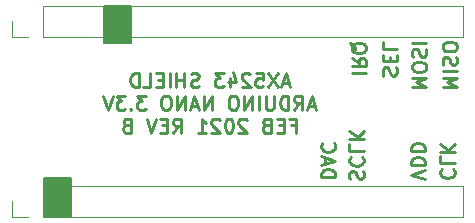
<source format=gbo>
%TF.GenerationSoftware,KiCad,Pcbnew,(5.99.0-8703-ge6b2699d93)*%
%TF.CreationDate,2021-02-16T00:04:42+01:00*%
%TF.ProjectId,ax5243-test-board,61783532-3433-42d7-9465-73742d626f61,B*%
%TF.SameCoordinates,PX8954400PY4e33880*%
%TF.FileFunction,Legend,Bot*%
%TF.FilePolarity,Positive*%
%FSLAX46Y46*%
G04 Gerber Fmt 4.6, Leading zero omitted, Abs format (unit mm)*
G04 Created by KiCad (PCBNEW (5.99.0-8703-ge6b2699d93)) date 2021-02-16 00:04:42*
%MOMM*%
%LPD*%
G01*
G04 APERTURE LIST*
%ADD10C,0.150000*%
%ADD11C,0.250000*%
%ADD12C,0.120000*%
G04 APERTURE END LIST*
D10*
X-14100000Y-5630000D02*
X-16365000Y-5630000D01*
X-16365000Y-5630000D02*
X-16365000Y-8900000D01*
X-16365000Y-8900000D02*
X-14100000Y-8900000D01*
X-14100000Y-8900000D02*
X-14100000Y-5630000D01*
G36*
X-14100000Y-5630000D02*
G01*
X-16365000Y-5630000D01*
X-16365000Y-8900000D01*
X-14100000Y-8900000D01*
X-14100000Y-5630000D01*
G37*
X-9000000Y8900000D02*
X-11300000Y8900000D01*
X-11300000Y8900000D02*
X-11300000Y5800000D01*
X-11300000Y5800000D02*
X-9000000Y5800000D01*
X-9000000Y5800000D02*
X-9000000Y8900000D01*
G36*
X-9000000Y8900000D02*
G01*
X-11300000Y8900000D01*
X-11300000Y5800000D01*
X-9000000Y5800000D01*
X-9000000Y8900000D01*
G37*
D11*
X9514285Y-5746190D02*
X9457142Y-5574761D01*
X9457142Y-5289047D01*
X9514285Y-5174761D01*
X9571428Y-5117619D01*
X9685714Y-5060476D01*
X9800000Y-5060476D01*
X9914285Y-5117619D01*
X9971428Y-5174761D01*
X10028571Y-5289047D01*
X10085714Y-5517619D01*
X10142857Y-5631904D01*
X10200000Y-5689047D01*
X10314285Y-5746190D01*
X10428571Y-5746190D01*
X10542857Y-5689047D01*
X10600000Y-5631904D01*
X10657142Y-5517619D01*
X10657142Y-5231904D01*
X10600000Y-5060476D01*
X9571428Y-3860476D02*
X9514285Y-3917619D01*
X9457142Y-4089047D01*
X9457142Y-4203333D01*
X9514285Y-4374761D01*
X9628571Y-4489047D01*
X9742857Y-4546190D01*
X9971428Y-4603333D01*
X10142857Y-4603333D01*
X10371428Y-4546190D01*
X10485714Y-4489047D01*
X10600000Y-4374761D01*
X10657142Y-4203333D01*
X10657142Y-4089047D01*
X10600000Y-3917619D01*
X10542857Y-3860476D01*
X9457142Y-2774761D02*
X9457142Y-3346190D01*
X10657142Y-3346190D01*
X9457142Y-2374761D02*
X10657142Y-2374761D01*
X9457142Y-1689047D02*
X10142857Y-2203333D01*
X10657142Y-1689047D02*
X9971428Y-2374761D01*
X7057142Y-5598571D02*
X8257142Y-5598571D01*
X8257142Y-5312857D01*
X8200000Y-5141428D01*
X8085714Y-5027142D01*
X7971428Y-4970000D01*
X7742857Y-4912857D01*
X7571428Y-4912857D01*
X7342857Y-4970000D01*
X7228571Y-5027142D01*
X7114285Y-5141428D01*
X7057142Y-5312857D01*
X7057142Y-5598571D01*
X7400000Y-4455714D02*
X7400000Y-3884285D01*
X7057142Y-4570000D02*
X8257142Y-4170000D01*
X7057142Y-3770000D01*
X7171428Y-2684285D02*
X7114285Y-2741428D01*
X7057142Y-2912857D01*
X7057142Y-3027142D01*
X7114285Y-3198571D01*
X7228571Y-3312857D01*
X7342857Y-3370000D01*
X7571428Y-3427142D01*
X7742857Y-3427142D01*
X7971428Y-3370000D01*
X8085714Y-3312857D01*
X8200000Y-3198571D01*
X8257142Y-3027142D01*
X8257142Y-2912857D01*
X8200000Y-2741428D01*
X8142857Y-2684285D01*
X12314285Y3027144D02*
X12257142Y3198572D01*
X12257142Y3484287D01*
X12314285Y3598572D01*
X12371428Y3655715D01*
X12485714Y3712858D01*
X12600000Y3712858D01*
X12714285Y3655715D01*
X12771428Y3598572D01*
X12828571Y3484287D01*
X12885714Y3255715D01*
X12942857Y3141430D01*
X13000000Y3084287D01*
X13114285Y3027144D01*
X13228571Y3027144D01*
X13342857Y3084287D01*
X13400000Y3141430D01*
X13457142Y3255715D01*
X13457142Y3541430D01*
X13400000Y3712858D01*
X12885714Y4227144D02*
X12885714Y4627144D01*
X12257142Y4798572D02*
X12257142Y4227144D01*
X13457142Y4227144D01*
X13457142Y4798572D01*
X12257142Y5884287D02*
X12257142Y5312858D01*
X13457142Y5312858D01*
X17271428Y-4908095D02*
X17214285Y-4965238D01*
X17157142Y-5136667D01*
X17157142Y-5250952D01*
X17214285Y-5422381D01*
X17328571Y-5536667D01*
X17442857Y-5593810D01*
X17671428Y-5650952D01*
X17842857Y-5650952D01*
X18071428Y-5593810D01*
X18185714Y-5536667D01*
X18300000Y-5422381D01*
X18357142Y-5250952D01*
X18357142Y-5136667D01*
X18300000Y-4965238D01*
X18242857Y-4908095D01*
X17157142Y-3822381D02*
X17157142Y-4393810D01*
X18357142Y-4393810D01*
X17157142Y-3422381D02*
X18357142Y-3422381D01*
X17157142Y-2736667D02*
X17842857Y-3250952D01*
X18357142Y-2736667D02*
X17671428Y-3422381D01*
X14757142Y2036667D02*
X15957142Y2036667D01*
X15100000Y2436667D01*
X15957142Y2836667D01*
X14757142Y2836667D01*
X15957142Y3636667D02*
X15957142Y3865239D01*
X15900000Y3979524D01*
X15785714Y4093810D01*
X15557142Y4150953D01*
X15157142Y4150953D01*
X14928571Y4093810D01*
X14814285Y3979524D01*
X14757142Y3865239D01*
X14757142Y3636667D01*
X14814285Y3522381D01*
X14928571Y3408096D01*
X15157142Y3350953D01*
X15557142Y3350953D01*
X15785714Y3408096D01*
X15900000Y3522381D01*
X15957142Y3636667D01*
X14814285Y4608096D02*
X14757142Y4779524D01*
X14757142Y5065239D01*
X14814285Y5179524D01*
X14871428Y5236667D01*
X14985714Y5293810D01*
X15100000Y5293810D01*
X15214285Y5236667D01*
X15271428Y5179524D01*
X15328571Y5065239D01*
X15385714Y4836667D01*
X15442857Y4722381D01*
X15500000Y4665239D01*
X15614285Y4608096D01*
X15728571Y4608096D01*
X15842857Y4665239D01*
X15900000Y4722381D01*
X15957142Y4836667D01*
X15957142Y5122381D01*
X15900000Y5293810D01*
X14757142Y5808096D02*
X15957142Y5808096D01*
X17357142Y2036667D02*
X18557142Y2036667D01*
X17700000Y2436667D01*
X18557142Y2836667D01*
X17357142Y2836667D01*
X17357142Y3408096D02*
X18557142Y3408096D01*
X17414285Y3922381D02*
X17357142Y4093810D01*
X17357142Y4379524D01*
X17414285Y4493810D01*
X17471428Y4550953D01*
X17585714Y4608096D01*
X17700000Y4608096D01*
X17814285Y4550953D01*
X17871428Y4493810D01*
X17928571Y4379524D01*
X17985714Y4150953D01*
X18042857Y4036667D01*
X18100000Y3979524D01*
X18214285Y3922381D01*
X18328571Y3922381D01*
X18442857Y3979524D01*
X18500000Y4036667D01*
X18557142Y4150953D01*
X18557142Y4436667D01*
X18500000Y4608096D01*
X18557142Y5350953D02*
X18557142Y5579524D01*
X18500000Y5693810D01*
X18385714Y5808096D01*
X18157142Y5865239D01*
X17757142Y5865239D01*
X17528571Y5808096D01*
X17414285Y5693810D01*
X17357142Y5579524D01*
X17357142Y5350953D01*
X17414285Y5236667D01*
X17528571Y5122381D01*
X17757142Y5065239D01*
X18157142Y5065239D01*
X18385714Y5122381D01*
X18500000Y5236667D01*
X18557142Y5350953D01*
X4344285Y2392000D02*
X3772857Y2392000D01*
X4458571Y2049143D02*
X4058571Y3249143D01*
X3658571Y2049143D01*
X3372857Y3249143D02*
X2572857Y2049143D01*
X2572857Y3249143D02*
X3372857Y2049143D01*
X1544285Y3249143D02*
X2115714Y3249143D01*
X2172857Y2677715D01*
X2115714Y2734858D01*
X2001428Y2792000D01*
X1715714Y2792000D01*
X1601428Y2734858D01*
X1544285Y2677715D01*
X1487142Y2563429D01*
X1487142Y2277715D01*
X1544285Y2163429D01*
X1601428Y2106286D01*
X1715714Y2049143D01*
X2001428Y2049143D01*
X2115714Y2106286D01*
X2172857Y2163429D01*
X1030000Y3134858D02*
X972857Y3192000D01*
X858571Y3249143D01*
X572857Y3249143D01*
X458571Y3192000D01*
X401428Y3134858D01*
X344285Y3020572D01*
X344285Y2906286D01*
X401428Y2734858D01*
X1087142Y2049143D01*
X344285Y2049143D01*
X-684286Y2849143D02*
X-684286Y2049143D01*
X-398572Y3306286D02*
X-112858Y2449143D01*
X-855715Y2449143D01*
X-1198572Y3249143D02*
X-1941429Y3249143D01*
X-1541429Y2792000D01*
X-1712858Y2792000D01*
X-1827143Y2734858D01*
X-1884286Y2677715D01*
X-1941429Y2563429D01*
X-1941429Y2277715D01*
X-1884286Y2163429D01*
X-1827143Y2106286D01*
X-1712858Y2049143D01*
X-1370000Y2049143D01*
X-1255715Y2106286D01*
X-1198572Y2163429D01*
X-3312858Y2106286D02*
X-3484286Y2049143D01*
X-3770000Y2049143D01*
X-3884286Y2106286D01*
X-3941429Y2163429D01*
X-3998572Y2277715D01*
X-3998572Y2392000D01*
X-3941429Y2506286D01*
X-3884286Y2563429D01*
X-3770000Y2620572D01*
X-3541429Y2677715D01*
X-3427143Y2734858D01*
X-3370000Y2792000D01*
X-3312858Y2906286D01*
X-3312858Y3020572D01*
X-3370000Y3134858D01*
X-3427143Y3192000D01*
X-3541429Y3249143D01*
X-3827143Y3249143D01*
X-3998572Y3192000D01*
X-4512858Y2049143D02*
X-4512858Y3249143D01*
X-4512858Y2677715D02*
X-5198572Y2677715D01*
X-5198572Y2049143D02*
X-5198572Y3249143D01*
X-5770000Y2049143D02*
X-5770000Y3249143D01*
X-6341429Y2677715D02*
X-6741429Y2677715D01*
X-6912858Y2049143D02*
X-6341429Y2049143D01*
X-6341429Y3249143D01*
X-6912858Y3249143D01*
X-7998572Y2049143D02*
X-7427143Y2049143D01*
X-7427143Y3249143D01*
X-8398572Y2049143D02*
X-8398572Y3249143D01*
X-8684286Y3249143D01*
X-8855715Y3192000D01*
X-8970000Y3077715D01*
X-9027143Y2963429D01*
X-9084286Y2734858D01*
X-9084286Y2563429D01*
X-9027143Y2334858D01*
X-8970000Y2220572D01*
X-8855715Y2106286D01*
X-8684286Y2049143D01*
X-8398572Y2049143D01*
X6544285Y460000D02*
X5972857Y460000D01*
X6658571Y117143D02*
X6258571Y1317143D01*
X5858571Y117143D01*
X4772857Y117143D02*
X5172857Y688572D01*
X5458571Y117143D02*
X5458571Y1317143D01*
X5001428Y1317143D01*
X4887142Y1260000D01*
X4830000Y1202858D01*
X4772857Y1088572D01*
X4772857Y917143D01*
X4830000Y802858D01*
X4887142Y745715D01*
X5001428Y688572D01*
X5458571Y688572D01*
X4258571Y117143D02*
X4258571Y1317143D01*
X3972857Y1317143D01*
X3801428Y1260000D01*
X3687142Y1145715D01*
X3630000Y1031429D01*
X3572857Y802858D01*
X3572857Y631429D01*
X3630000Y402858D01*
X3687142Y288572D01*
X3801428Y174286D01*
X3972857Y117143D01*
X4258571Y117143D01*
X3058571Y1317143D02*
X3058571Y345715D01*
X3001428Y231429D01*
X2944285Y174286D01*
X2830000Y117143D01*
X2601428Y117143D01*
X2487142Y174286D01*
X2430000Y231429D01*
X2372857Y345715D01*
X2372857Y1317143D01*
X1801428Y117143D02*
X1801428Y1317143D01*
X1230000Y117143D02*
X1230000Y1317143D01*
X544285Y117143D01*
X544285Y1317143D01*
X-255715Y1317143D02*
X-484286Y1317143D01*
X-598572Y1260000D01*
X-712858Y1145715D01*
X-770000Y917143D01*
X-770000Y517143D01*
X-712858Y288572D01*
X-598572Y174286D01*
X-484286Y117143D01*
X-255715Y117143D01*
X-141429Y174286D01*
X-27143Y288572D01*
X30000Y517143D01*
X30000Y917143D01*
X-27143Y1145715D01*
X-141429Y1260000D01*
X-255715Y1317143D01*
X-2198572Y117143D02*
X-2198572Y1317143D01*
X-2884286Y117143D01*
X-2884286Y1317143D01*
X-3398572Y460000D02*
X-3970000Y460000D01*
X-3284286Y117143D02*
X-3684286Y1317143D01*
X-4084286Y117143D01*
X-4484286Y117143D02*
X-4484286Y1317143D01*
X-5170000Y117143D01*
X-5170000Y1317143D01*
X-5970000Y1317143D02*
X-6198572Y1317143D01*
X-6312858Y1260000D01*
X-6427143Y1145715D01*
X-6484286Y917143D01*
X-6484286Y517143D01*
X-6427143Y288572D01*
X-6312858Y174286D01*
X-6198572Y117143D01*
X-5970000Y117143D01*
X-5855715Y174286D01*
X-5741429Y288572D01*
X-5684286Y517143D01*
X-5684286Y917143D01*
X-5741429Y1145715D01*
X-5855715Y1260000D01*
X-5970000Y1317143D01*
X-7798572Y1317143D02*
X-8541429Y1317143D01*
X-8141429Y860000D01*
X-8312858Y860000D01*
X-8427143Y802858D01*
X-8484286Y745715D01*
X-8541429Y631429D01*
X-8541429Y345715D01*
X-8484286Y231429D01*
X-8427143Y174286D01*
X-8312858Y117143D01*
X-7970000Y117143D01*
X-7855715Y174286D01*
X-7798572Y231429D01*
X-9055715Y231429D02*
X-9112858Y174286D01*
X-9055715Y117143D01*
X-8998572Y174286D01*
X-9055715Y231429D01*
X-9055715Y117143D01*
X-9512858Y1317143D02*
X-10255715Y1317143D01*
X-9855715Y860000D01*
X-10027143Y860000D01*
X-10141429Y802858D01*
X-10198572Y745715D01*
X-10255715Y631429D01*
X-10255715Y345715D01*
X-10198572Y231429D01*
X-10141429Y174286D01*
X-10027143Y117143D01*
X-9684286Y117143D01*
X-9570000Y174286D01*
X-9512858Y231429D01*
X-10598572Y1317143D02*
X-10998572Y117143D01*
X-11398572Y1317143D01*
X4515714Y-1186285D02*
X4915714Y-1186285D01*
X4915714Y-1814857D02*
X4915714Y-614857D01*
X4344285Y-614857D01*
X3887142Y-1186285D02*
X3487142Y-1186285D01*
X3315714Y-1814857D02*
X3887142Y-1814857D01*
X3887142Y-614857D01*
X3315714Y-614857D01*
X2401428Y-1186285D02*
X2230000Y-1243428D01*
X2172857Y-1300571D01*
X2115714Y-1414857D01*
X2115714Y-1586285D01*
X2172857Y-1700571D01*
X2230000Y-1757714D01*
X2344285Y-1814857D01*
X2801428Y-1814857D01*
X2801428Y-614857D01*
X2401428Y-614857D01*
X2287142Y-672000D01*
X2230000Y-729142D01*
X2172857Y-843428D01*
X2172857Y-957714D01*
X2230000Y-1072000D01*
X2287142Y-1129142D01*
X2401428Y-1186285D01*
X2801428Y-1186285D01*
X744285Y-729142D02*
X687142Y-672000D01*
X572857Y-614857D01*
X287142Y-614857D01*
X172857Y-672000D01*
X115714Y-729142D01*
X58571Y-843428D01*
X58571Y-957714D01*
X115714Y-1129142D01*
X801428Y-1814857D01*
X58571Y-1814857D01*
X-684286Y-614857D02*
X-798572Y-614857D01*
X-912858Y-672000D01*
X-970000Y-729142D01*
X-1027143Y-843428D01*
X-1084286Y-1072000D01*
X-1084286Y-1357714D01*
X-1027143Y-1586285D01*
X-970000Y-1700571D01*
X-912858Y-1757714D01*
X-798572Y-1814857D01*
X-684286Y-1814857D01*
X-570000Y-1757714D01*
X-512858Y-1700571D01*
X-455715Y-1586285D01*
X-398572Y-1357714D01*
X-398572Y-1072000D01*
X-455715Y-843428D01*
X-512858Y-729142D01*
X-570000Y-672000D01*
X-684286Y-614857D01*
X-1541429Y-729142D02*
X-1598572Y-672000D01*
X-1712858Y-614857D01*
X-1998572Y-614857D01*
X-2112858Y-672000D01*
X-2170000Y-729142D01*
X-2227143Y-843428D01*
X-2227143Y-957714D01*
X-2170000Y-1129142D01*
X-1484286Y-1814857D01*
X-2227143Y-1814857D01*
X-3370000Y-1814857D02*
X-2684286Y-1814857D01*
X-3027143Y-1814857D02*
X-3027143Y-614857D01*
X-2912858Y-786285D01*
X-2798572Y-900571D01*
X-2684286Y-957714D01*
X-5484286Y-1814857D02*
X-5084286Y-1243428D01*
X-4798572Y-1814857D02*
X-4798572Y-614857D01*
X-5255715Y-614857D01*
X-5370000Y-672000D01*
X-5427143Y-729142D01*
X-5484286Y-843428D01*
X-5484286Y-1014857D01*
X-5427143Y-1129142D01*
X-5370000Y-1186285D01*
X-5255715Y-1243428D01*
X-4798572Y-1243428D01*
X-5998572Y-1186285D02*
X-6398572Y-1186285D01*
X-6570000Y-1814857D02*
X-5998572Y-1814857D01*
X-5998572Y-614857D01*
X-6570000Y-614857D01*
X-6912858Y-614857D02*
X-7312858Y-1814857D01*
X-7712858Y-614857D01*
X-9427143Y-1186285D02*
X-9598572Y-1243428D01*
X-9655715Y-1300571D01*
X-9712858Y-1414857D01*
X-9712858Y-1586285D01*
X-9655715Y-1700571D01*
X-9598572Y-1757714D01*
X-9484286Y-1814857D01*
X-9027143Y-1814857D01*
X-9027143Y-614857D01*
X-9427143Y-614857D01*
X-9541429Y-672000D01*
X-9598572Y-729142D01*
X-9655715Y-843428D01*
X-9655715Y-957714D01*
X-9598572Y-1072000D01*
X-9541429Y-1129142D01*
X-9427143Y-1186285D01*
X-9027143Y-1186285D01*
X15857142Y-5770000D02*
X14657142Y-5370000D01*
X15857142Y-4970000D01*
X14657142Y-4570000D02*
X15857142Y-4570000D01*
X15857142Y-4284285D01*
X15800000Y-4112857D01*
X15685714Y-3998571D01*
X15571428Y-3941428D01*
X15342857Y-3884285D01*
X15171428Y-3884285D01*
X14942857Y-3941428D01*
X14828571Y-3998571D01*
X14714285Y-4112857D01*
X14657142Y-4284285D01*
X14657142Y-4570000D01*
X14657142Y-3370000D02*
X15857142Y-3370000D01*
X15857142Y-3084285D01*
X15800000Y-2912857D01*
X15685714Y-2798571D01*
X15571428Y-2741428D01*
X15342857Y-2684285D01*
X15171428Y-2684285D01*
X14942857Y-2741428D01*
X14828571Y-2798571D01*
X14714285Y-2912857D01*
X14657142Y-3084285D01*
X14657142Y-3370000D01*
X9657142Y3241429D02*
X10857142Y3241429D01*
X9657142Y4498572D02*
X10228571Y4098572D01*
X9657142Y3812858D02*
X10857142Y3812858D01*
X10857142Y4270000D01*
X10800000Y4384286D01*
X10742857Y4441429D01*
X10628571Y4498572D01*
X10457142Y4498572D01*
X10342857Y4441429D01*
X10285714Y4384286D01*
X10228571Y4270000D01*
X10228571Y3812858D01*
X9542857Y5812858D02*
X9600000Y5698572D01*
X9714285Y5584286D01*
X9885714Y5412858D01*
X9942857Y5298572D01*
X9942857Y5184286D01*
X9657142Y5241429D02*
X9714285Y5127143D01*
X9828571Y5012858D01*
X10057142Y4955715D01*
X10457142Y4955715D01*
X10685714Y5012858D01*
X10800000Y5127143D01*
X10857142Y5241429D01*
X10857142Y5470000D01*
X10800000Y5584286D01*
X10685714Y5698572D01*
X10457142Y5755715D01*
X10057142Y5755715D01*
X9828571Y5698572D01*
X9714285Y5584286D01*
X9657142Y5470000D01*
X9657142Y5241429D01*
D12*
%TO.C,J2*%
X-16510000Y8950000D02*
X19110000Y8950000D01*
X-19110000Y7620000D02*
X-19110000Y6290000D01*
X-19110000Y6290000D02*
X-17780000Y6290000D01*
X19110000Y8950000D02*
X19110000Y6290000D01*
X-16510000Y8950000D02*
X-16510000Y6290000D01*
X-16510000Y6290000D02*
X19110000Y6290000D01*
%TO.C,J3*%
X-19110000Y-7620000D02*
X-19110000Y-8950000D01*
X-16510000Y-6290000D02*
X-16510000Y-8950000D01*
X19110000Y-6290000D02*
X19110000Y-8950000D01*
X-19110000Y-8950000D02*
X-17780000Y-8950000D01*
X-16510000Y-8950000D02*
X19110000Y-8950000D01*
X-16510000Y-6290000D02*
X19110000Y-6290000D01*
%TD*%
M02*

</source>
